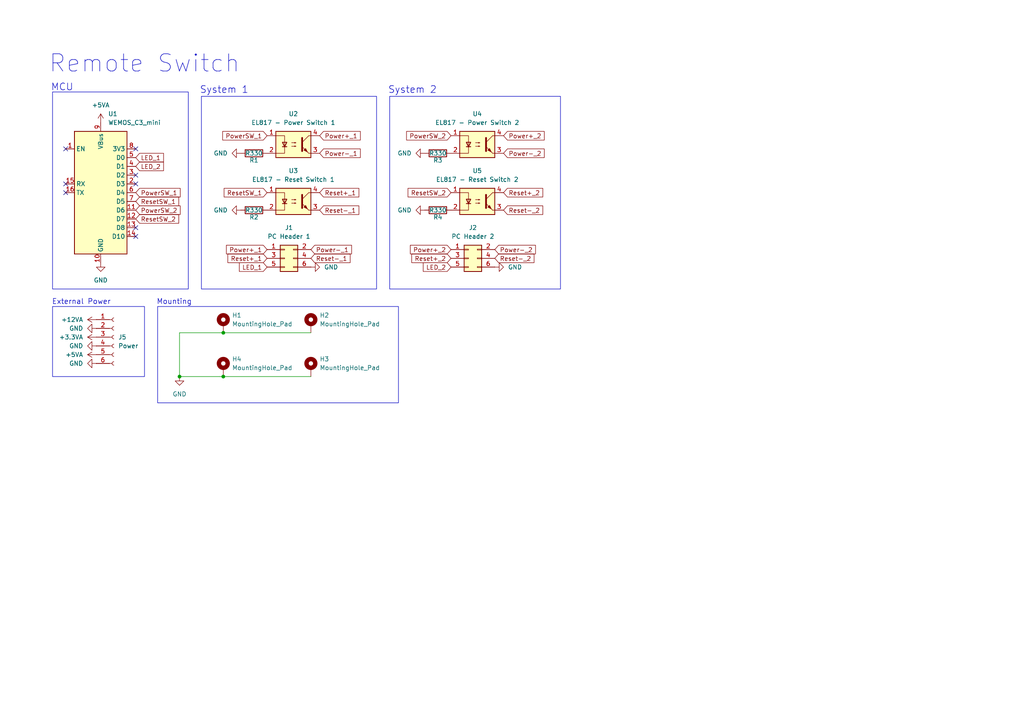
<source format=kicad_sch>
(kicad_sch (version 20250114) (generator "eeschema") (generator_version "9.0")
  (paper "A4")
  (lib_symbols
    (symbol "Connector:Conn_01x06_Socket" (pin_names (offset 1.016) (hide yes))
      (property "Reference" "J" (at 0 7.62 0))
      (property "Value" "Conn_01x06_Socket" (at 0 -10.16 0))
      (symbol "Conn_01x06_Socket_1_1"
        (polyline (pts (xy -1.27 5.08) (xy -0.508 5.08)) (stroke (width 0.1524)))
        (polyline (pts (xy -1.27 2.54) (xy -0.508 2.54)) (stroke (width 0.1524)))
        (polyline (pts (xy -1.27 0) (xy -0.508 0)) (stroke (width 0.1524)))
        (polyline (pts (xy -1.27 -2.54) (xy -0.508 -2.54)) (stroke (width 0.1524)))
        (polyline (pts (xy -1.27 -5.08) (xy -0.508 -5.08)) (stroke (width 0.1524)))
        (polyline (pts (xy -1.27 -7.62) (xy -0.508 -7.62)) (stroke (width 0.1524)))
        (arc (start 0 4.572) (mid -0.5058 5.08) (end 0 5.588) (stroke (width 0.1524)))
        (arc (start 0 2.032) (mid -0.5058 2.54) (end 0 3.048) (stroke (width 0.1524)))
        (arc (start 0 -0.508) (mid -0.5058 0) (end 0 0.508) (stroke (width 0.1524)))
        (arc (start 0 -3.048) (mid -0.5058 -2.54) (end 0 -2.032) (stroke (width 0.1524)))
        (arc (start 0 -5.588) (mid -0.5058 -5.08) (end 0 -4.572) (stroke (width 0.1524)))
        (arc (start 0 -8.128) (mid -0.5058 -7.62) (end 0 -7.112) (stroke (width 0.1524)))
        (pin passive line (at -5.08 5.08 0) (length 3.81) (name "Pin_1") (number "1"))
        (pin passive line (at -5.08 2.54 0) (length 3.81) (name "Pin_2") (number "2"))
        (pin passive line (at -5.08 0 0) (length 3.81) (name "Pin_3") (number "3"))
        (pin passive line (at -5.08 -2.54 0) (length 3.81) (name "Pin_4") (number "4"))
        (pin passive line (at -5.08 -5.08 0) (length 3.81) (name "Pin_5") (number "5"))
        (pin passive line (at -5.08 -7.62 0) (length 3.81) (name "Pin_6") (number "6"))
      )
    )
    (symbol "Connector_Generic:Conn_02x03_Odd_Even" (pin_names (offset 1.016) (hide yes))
      (property "Reference" "J" (at 1.27 5.08 0))
      (property "Value" "Conn_02x03_Odd_Even" (at 1.27 -5.08 0))
      (symbol "Conn_02x03_Odd_Even_1_1"
        (rectangle (start -1.27 3.81) (end 3.81 -3.81) (stroke (width 0.254)) (fill (type background)))
        (rectangle (start -1.27 2.667) (end 0 2.413) (stroke (width 0.1524)))
        (rectangle (start -1.27 0.127) (end 0 -0.127) (stroke (width 0.1524)))
        (rectangle (start -1.27 -2.413) (end 0 -2.667) (stroke (width 0.1524)))
        (rectangle (start 3.81 2.667) (end 2.54 2.413) (stroke (width 0.1524)))
        (rectangle (start 3.81 0.127) (end 2.54 -0.127) (stroke (width 0.1524)))
        (rectangle (start 3.81 -2.413) (end 2.54 -2.667) (stroke (width 0.1524)))
        (pin passive line (at -5.08 2.54 0) (length 3.81) (name "Pin_1") (number "1"))
        (pin passive line (at -5.08 0 0) (length 3.81) (name "Pin_3") (number "3"))
        (pin passive line (at -5.08 -2.54 0) (length 3.81) (name "Pin_5") (number "5"))
        (pin passive line (at 7.62 2.54 180) (length 3.81) (name "Pin_2") (number "2"))
        (pin passive line (at 7.62 0 180) (length 3.81) (name "Pin_4") (number "4"))
        (pin passive line (at 7.62 -2.54 180) (length 3.81) (name "Pin_6") (number "6"))
      )
    )
    (symbol "Device:R" (pin_numbers (hide yes)) (pin_names (offset 0))
      (property "Reference" "R" (at 2.032 0 90))
      (property "Value" "R" (at 0 0 90))
      (symbol "R_0_1"
        (rectangle (start -1.016 -2.54) (end 1.016 2.54) (stroke (width 0.254)))
      )
      (symbol "R_1_1"
        (pin passive line (at 0 3.81 270) (length 1.27) (name "~") (number "1"))
        (pin passive line (at 0 -3.81 90) (length 1.27) (name "~") (number "2"))
      )
    )
    (symbol "Isolator:EL817" (pin_names (offset 1.016))
      (property "Reference" "U" (at -5.08 5.08 0))
      (property "Value" "EL817" (at 0 5.08 0))
      (symbol "EL817_0_1"
        (rectangle (start -5.08 3.81) (end 5.08 -3.81) (stroke (width 0.254)) (fill (type background)))
        (polyline (pts (xy -5.08 2.54) (xy -2.54 2.54) (xy -2.54 -0.635)))
        (polyline (pts (xy -3.175 -0.635) (xy -1.905 -0.635)) (stroke (width 0.254)))
        (polyline (pts (xy -2.54 -0.635) (xy -2.54 -2.54) (xy -5.08 -2.54)))
        (polyline (pts (xy -2.54 -0.635) (xy -3.175 0.635) (xy -1.905 0.635) (xy -2.54 -0.635)) (stroke (width 0.254)))
        (polyline (pts (xy -0.508 0.508) (xy 0.762 0.508) (xy 0.381 0.381) (xy 0.381 0.635) (xy 0.762 0.508)))
        (polyline (pts (xy -0.508 -0.508) (xy 0.762 -0.508) (xy 0.381 -0.635) (xy 0.381 -0.381) (xy 0.762 -0.508)))
        (polyline (pts (xy 2.54 1.905) (xy 2.54 -1.905) (xy 2.54 -1.905)) (stroke (width 0.508)))
        (polyline (pts (xy 2.54 0.635) (xy 4.445 2.54)))
        (polyline (pts (xy 3.048 -1.651) (xy 3.556 -1.143) (xy 4.064 -2.159) (xy 3.048 -1.651) (xy 3.048 -1.651)) (fill (type outline)))
        (polyline (pts (xy 4.445 2.54) (xy 5.08 2.54)))
        (polyline (pts (xy 4.445 -2.54) (xy 2.54 -0.635)) (fill (type outline)))
        (polyline (pts (xy 4.445 -2.54) (xy 5.08 -2.54)))
      )
      (symbol "EL817_1_1"
        (pin passive line (at -7.62 2.54 0) (length 2.54) (name "~") (number "1"))
        (pin passive line (at -7.62 -2.54 0) (length 2.54) (name "~") (number "2"))
        (pin passive line (at 7.62 2.54 180) (length 2.54) (name "~") (number "4"))
        (pin passive line (at 7.62 -2.54 180) (length 2.54) (name "~") (number "3"))
      )
    )
    (symbol "Mechanical:MountingHole_Pad" (pin_numbers (hide yes)) (pin_names (offset 1.016) (hide yes)) (in_bom no)
      (property "Reference" "H" (at 0 6.35 0))
      (property "Value" "MountingHole_Pad" (at 0 4.445 0))
      (symbol "MountingHole_Pad_0_1"
        (circle (center 0 1.27) (radius 1.27) (stroke (width 1.27)))
      )
      (symbol "MountingHole_Pad_1_1"
        (pin input line (at 0 -2.54 90) (length 2.54) (name "1") (number "1"))
      )
    )
    (symbol "RF_Module:WEMOS_C3_mini"
      (property "Reference" "U" (at 3.81 19.05 0))
      (property "Value" "WEMOS_C3_mini" (at 1.27 -19.05 0))
      (symbol "WEMOS_C3_mini_1_1"
        (rectangle (start -7.62 17.78) (end 7.62 -17.78) (stroke (width 0.254)) (fill (type background)))
        (pin input line (at -10.16 12.7 0) (length 2.54) (name "EN") (number "1"))
        (pin input line (at -10.16 2.54 0) (length 2.54) (name "RX") (number "15"))
        (pin output line (at -10.16 0 0) (length 2.54) (name "TX") (number "16"))
        (pin power_in line (at 0 20.32 270) (length 2.54) (name "VBus") (number "9"))
        (pin power_in line (at 0 -20.32 90) (length 2.54) (name "GND") (number "10"))
        (pin power_out line (at 10.16 12.7 180) (length 2.54) (name "3V3") (number "8"))
        (pin bidirectional line (at 10.16 10.16 180) (length 2.54) (name "D0") (number "5"))
        (pin bidirectional line (at 10.16 7.62 180) (length 2.54) (name "D1") (number "4"))
        (pin bidirectional line (at 10.16 5.08 180) (length 2.54) (name "D2") (number "3"))
        (pin bidirectional line (at 10.16 2.54 180) (length 2.54) (name "D3") (number "2"))
        (pin bidirectional line (at 10.16 0 180) (length 2.54) (name "D4") (number "6"))
        (pin bidirectional line (at 10.16 -2.54 180) (length 2.54) (name "D5") (number "7"))
        (pin bidirectional line (at 10.16 -5.08 180) (length 2.54) (name "D6") (number "11"))
        (pin bidirectional line (at 10.16 -7.62 180) (length 2.54) (name "D7") (number "12"))
        (pin bidirectional line (at 10.16 -10.16 180) (length 2.54) (name "D8") (number "13"))
        (pin bidirectional line (at 10.16 -12.7 180) (length 2.54) (name "D10") (number "14"))
      )
    )
    (symbol "power:+12VA" (power) (pin_numbers (hide yes)) (pin_names (offset 0) (hide yes))
      (property "Value" "+12VA" (at 0 3.556 0))
      (symbol "+12VA_0_1"
        (polyline (pts (xy -0.762 1.27) (xy 0 2.54)))
        (polyline (pts (xy 0 2.54) (xy 0.762 1.27)))
        (polyline (pts (xy 0 0) (xy 0 2.54)))
      )
      (symbol "+12VA_1_1"
        (pin power_in line (at 0 0 90) (length 0) (name "~") (number "1"))
      )
    )
    (symbol "power:+3.3VA" (power) (pin_numbers (hide yes)) (pin_names (offset 0) (hide yes))
      (property "Value" "+3.3VA" (at 0 3.556 0))
      (symbol "+3.3VA_0_1"
        (polyline (pts (xy -0.762 1.27) (xy 0 2.54)))
        (polyline (pts (xy 0 2.54) (xy 0.762 1.27)))
        (polyline (pts (xy 0 0) (xy 0 2.54)))
      )
      (symbol "+3.3VA_1_1"
        (pin power_in line (at 0 0 90) (length 0) (name "~") (number "1"))
      )
    )
    (symbol "power:+5VA" (power) (pin_numbers (hide yes)) (pin_names (offset 0) (hide yes))
      (property "Value" "+5VA" (at 0 3.556 0))
      (symbol "+5VA_0_1"
        (polyline (pts (xy -0.762 1.27) (xy 0 2.54)))
        (polyline (pts (xy 0 2.54) (xy 0.762 1.27)))
        (polyline (pts (xy 0 0) (xy 0 2.54)))
      )
      (symbol "+5VA_1_1"
        (pin power_in line (at 0 0 90) (length 0) (name "~") (number "1"))
      )
    )
    (symbol "power:GND" (power) (pin_numbers (hide yes)) (pin_names (offset 0) (hide yes))
      (property "Value" "GND" (at 0 -3.81 0))
      (symbol "GND_0_1"
        (polyline (pts (xy 0 0) (xy 0 -1.27) (xy 1.27 -1.27) (xy 0 -2.54) (xy -1.27 -1.27) (xy 0 -1.27)))
      )
      (symbol "GND_1_1"
        (pin power_in line (at 0 0 270) (length 0) (name "~") (number "1"))
      )
    )
  )
  (rectangle (start 58.42 27.94) (end 109.22 83.82))
  (rectangle (start 15.24 26.67) (end 54.61 83.82))
  (rectangle (start 15.24 88.9) (end 41.91 109.22))
  (rectangle (start 45.72 88.9) (end 115.57 116.84))
  (rectangle (start 113.03 27.94) (end 162.56 83.82))
  (text "System 2" (at 119.634 26.162 0) (effects (font (size 2 2))))
  (text "System 1" (at 65.024 26.162 0) (effects (font (size 2 2))))
  (text "MCU" (at 18.034 25.4 0) (effects (font (size 2 2))))
  (text "Mounting" (at 50.546 87.63 0) (effects (font (size 1.5 1.5))))
  (text "External Power" (at 23.622 87.63 0) (effects (font (size 1.5 1.5))))
  (text "Remote Switch" (at 41.91 18.542 0) (effects (font (size 5 5))))
  (junction (at 64.77 96.52))
  (junction (at 64.77 109.22))
  (junction (at 52.07 109.22))
  (no_connect (at 19.05 55.88))
  (no_connect (at 39.37 50.8))
  (no_connect (at 39.37 53.34))
  (no_connect (at 19.05 43.18))
  (no_connect (at 19.05 53.34))
  (no_connect (at 39.37 68.58))
  (no_connect (at 39.37 66.04))
  (no_connect (at 39.37 43.18))
  (wire (pts (xy 52.07 109.22) (xy 64.77 109.22)))
  (wire (pts (xy 64.77 96.52) (xy 90.17 96.52)))
  (wire (pts (xy 52.07 96.52) (xy 64.77 96.52)))
  (wire (pts (xy 52.07 109.22) (xy 52.07 96.52)))
  (wire (pts (xy 64.77 109.22) (xy 90.17 109.22)))
  (global_label "Power-_2" (shape input) (at 146.05 44.45 0) (property "Intersheetrefs" "${INTERSHEET_REFS}" (effects (hide yes))))
  (global_label "PowerSW_1" (shape input) (at 77.47 39.37 180) (property "Intersheetrefs" "${INTERSHEET_REFS}" (effects (hide yes))))
  (global_label "Reset+_1" (shape input) (at 77.47 74.93 180) (property "Intersheetrefs" "${INTERSHEET_REFS}" (effects (hide yes))))
  (global_label "Power+_2" (shape input) (at 146.05 39.37 0) (property "Intersheetrefs" "${INTERSHEET_REFS}" (effects (hide yes))))
  (global_label "Reset-_1" (shape input) (at 90.17 74.93 0) (property "Intersheetrefs" "${INTERSHEET_REFS}" (effects (hide yes))))
  (global_label "Power-_2" (shape input) (at 143.51 72.39 0) (property "Intersheetrefs" "${INTERSHEET_REFS}" (effects (hide yes))))
  (global_label "Power-_1" (shape input) (at 92.71 44.45 0) (property "Intersheetrefs" "${INTERSHEET_REFS}" (effects (hide yes))))
  (global_label "LED_2" (shape input) (at 130.81 77.47 180) (property "Intersheetrefs" "${INTERSHEET_REFS}" (effects (hide yes))))
  (global_label "Reset+_2" (shape input) (at 130.81 74.93 180) (property "Intersheetrefs" "${INTERSHEET_REFS}" (effects (hide yes))))
  (global_label "LED_1" (shape input) (at 39.37 45.72 0) (property "Intersheetrefs" "${INTERSHEET_REFS}" (effects (hide yes))))
  (global_label "LED_1" (shape input) (at 77.47 77.47 180) (property "Intersheetrefs" "${INTERSHEET_REFS}" (effects (hide yes))))
  (global_label "Reset+_2" (shape input) (at 146.05 55.88 0) (property "Intersheetrefs" "${INTERSHEET_REFS}" (effects (hide yes))))
  (global_label "PowerSW_2" (shape input) (at 130.81 39.37 180) (property "Intersheetrefs" "${INTERSHEET_REFS}" (effects (hide yes))))
  (global_label "ResetSW_1" (shape input) (at 77.47 55.88 180) (property "Intersheetrefs" "${INTERSHEET_REFS}" (effects (hide yes))))
  (global_label "Power+_1" (shape input) (at 92.71 39.37 0) (property "Intersheetrefs" "${INTERSHEET_REFS}" (effects (hide yes))))
  (global_label "Reset+_1" (shape input) (at 92.71 55.88 0) (property "Intersheetrefs" "${INTERSHEET_REFS}" (effects (hide yes))))
  (global_label "Reset-_2" (shape input) (at 143.51 74.93 0) (property "Intersheetrefs" "${INTERSHEET_REFS}" (effects (hide yes))))
  (global_label "Reset-_2" (shape input) (at 146.05 60.96 0) (property "Intersheetrefs" "${INTERSHEET_REFS}" (effects (hide yes))))
  (global_label "ResetSW_2" (shape input) (at 39.37 63.5 0) (property "Intersheetrefs" "${INTERSHEET_REFS}" (effects (hide yes))))
  (global_label "Power+_1" (shape input) (at 77.47 72.39 180) (property "Intersheetrefs" "${INTERSHEET_REFS}" (effects (hide yes))))
  (global_label "ResetSW_1" (shape input) (at 39.37 58.42 0) (property "Intersheetrefs" "${INTERSHEET_REFS}" (effects (hide yes))))
  (global_label "Reset-_1" (shape input) (at 92.71 60.96 0) (property "Intersheetrefs" "${INTERSHEET_REFS}" (effects (hide yes))))
  (global_label "ResetSW_2" (shape input) (at 130.81 55.88 180) (property "Intersheetrefs" "${INTERSHEET_REFS}" (effects (hide yes))))
  (global_label "PowerSW_2" (shape input) (at 39.37 60.96 0) (property "Intersheetrefs" "${INTERSHEET_REFS}" (effects (hide yes))))
  (global_label "LED_2" (shape input) (at 39.37 48.26 0) (property "Intersheetrefs" "${INTERSHEET_REFS}" (effects (hide yes))))
  (global_label "PowerSW_1" (shape input) (at 39.37 55.88 0) (property "Intersheetrefs" "${INTERSHEET_REFS}" (effects (hide yes))))
  (global_label "Power-_1" (shape input) (at 90.17 72.39 0) (property "Intersheetrefs" "${INTERSHEET_REFS}" (effects (hide yes))))
  (global_label "Power+_2" (shape input) (at 130.81 72.39 180) (property "Intersheetrefs" "${INTERSHEET_REFS}" (effects (hide yes))))
  (symbol (lib_id "power:GND") (at 123.19 60.96 270) (unit 1)
    (property "Reference" "#PWR07" (effects (hide yes)))
    (property "Value" "GND" (at 119.38 60.9599 90) (effects (justify right)))
    (property "Description" "Power symbol creates a global label with name \"GND\" , ground" (effects (hide yes)))
  )
  (symbol (lib_id "Isolator:EL817") (at 138.43 41.91 0) (unit 1)
    (property "Reference" "U4" (at 138.43 33.02 0))
    (property "Value" "EL817 - Power Switch 2" (at 138.43 35.56 0))
    (property "Footprint" "Package_DIP:DIP-4_W7.62mm" (effects (hide yes)))
    (property "Datasheet" "http://www.everlight.com/file/ProductFile/EL817.pdf" (effects (hide yes)))
    (property "Description" "DC Optocoupler, Vce 35V, DIP-4" (effects (hide yes)))
    (property "LCSC" "C5353" (effects (hide yes)))
  )
  (symbol (lib_id "RF_Module:WEMOS_C3_mini") (at 29.21 55.88 0) (unit 1)
    (property "Reference" "U1" (at 31.3533 33.02 0) (effects (justify left)))
    (property "Value" "WEMOS_C3_mini" (at 31.3533 35.56 0) (effects (justify left)))
    (property "Footprint" "RF_Module:WEMOS_C3_mini" (effects (hide yes)))
    (property "Datasheet" "https://www.wemos.cc/en/latest/c3/c3_mini.html" (effects (hide yes)))
    (property "Description" "32-bit microcontroller module with WiFi" (effects (hide yes)))
    (property "aliexpress" "https://de.aliexpress.com/item/1005004740051202.html" (effects (hide yes)))
  )
  (symbol (lib_id "Connector_Generic:Conn_02x03_Odd_Even") (at 82.55 74.93 0) (unit 1)
    (property "Reference" "J1" (at 83.82 66.04 0))
    (property "Value" "PC Header 1" (at 83.82 68.58 0))
    (property "Footprint" "Connector_PinHeader_2.54mm:PinHeader_2x03_P2.54mm_Horizontal" (effects (hide yes)))
    (property "Description" "Generic connector, double row, 02x03, odd/even pin numbering scheme (row 1 odd numbers, row 2 even numbers), script generated (kicad-library-utils/schlib/autogen/connector/)" (effects (hide yes)))
    (property "LCSC" "C41417351" (effects (hide yes)))
  )
  (symbol (lib_id "power:GND") (at 69.85 60.96 270) (unit 1)
    (property "Reference" "#PWR04" (effects (hide yes)))
    (property "Value" "GND" (at 66.04 60.9599 90) (effects (justify right)))
    (property "Description" "Power symbol creates a global label with name \"GND\" , ground" (effects (hide yes)))
  )
  (symbol (lib_id "power:GND") (at 143.51 77.47 90) (unit 1)
    (property "Reference" "#PWR08" (effects (hide yes)))
    (property "Value" "GND" (at 147.32 77.4699 90) (effects (justify right)))
    (property "Description" "Power symbol creates a global label with name \"GND\" , ground" (effects (hide yes)))
  )
  (symbol (lib_id "Isolator:EL817") (at 85.09 58.42 0) (unit 1)
    (property "Reference" "U3" (at 85.09 49.53 0))
    (property "Value" "EL817 - Reset Switch 1" (at 85.09 52.07 0))
    (property "Footprint" "Package_DIP:DIP-4_W7.62mm" (effects (hide yes)))
    (property "Datasheet" "http://www.everlight.com/file/ProductFile/EL817.pdf" (effects (hide yes)))
    (property "Description" "DC Optocoupler, Vce 35V, DIP-4" (effects (hide yes)))
    (property "LCSC" "C5353" (effects (hide yes)))
  )
  (symbol (lib_id "power:GND") (at 27.94 95.25 270) (unit 1)
    (property "Reference" "#PWR023" (effects (hide yes)))
    (property "Value" "GND" (at 24.13 95.2499 90) (effects (justify right)))
    (property "Description" "Power symbol creates a global label with name \"GND\" , ground" (effects (hide yes)))
  )
  (symbol (lib_id "Isolator:EL817") (at 85.09 41.91 0) (unit 1)
    (property "Reference" "U2" (at 85.09 33.02 0))
    (property "Value" "EL817 - Power Switch 1" (at 85.09 35.56 0))
    (property "Footprint" "Package_DIP:DIP-4_W7.62mm" (effects (hide yes)))
    (property "Datasheet" "http://www.everlight.com/file/ProductFile/EL817.pdf" (effects (hide yes)))
    (property "Description" "DC Optocoupler, Vce 35V, DIP-4" (effects (hide yes)))
    (property "LCSC" "C5353" (effects (hide yes)))
  )
  (symbol (lib_id "power:GND") (at 69.85 44.45 270) (unit 1)
    (property "Reference" "#PWR03" (effects (hide yes)))
    (property "Value" "GND" (at 66.04 44.4499 90) (effects (justify right)))
    (property "Description" "Power symbol creates a global label with name \"GND\" , ground" (effects (hide yes)))
  )
  (symbol (lib_id "Mechanical:MountingHole_Pad") (at 64.77 106.68 0) (unit 1) (in_bom no)
    (property "Reference" "H4" (at 67.31 104.1399 0) (effects (justify left)))
    (property "Value" "MountingHole_Pad" (at 67.31 106.6799 0) (effects (justify left)))
    (property "Footprint" "MountingHole:MountingHole_3.2mm_M3_Pad_Via" (effects (hide yes)))
    (property "Description" "Mounting Hole with connection" (effects (hide yes)))
  )
  (symbol (lib_id "Isolator:EL817") (at 138.43 58.42 0) (unit 1)
    (property "Reference" "U5" (at 138.43 49.53 0))
    (property "Value" "EL817 - Reset Switch 2" (at 138.43 52.07 0))
    (property "Footprint" "Package_DIP:DIP-4_W7.62mm" (effects (hide yes)))
    (property "Datasheet" "http://www.everlight.com/file/ProductFile/EL817.pdf" (effects (hide yes)))
    (property "Description" "DC Optocoupler, Vce 35V, DIP-4" (effects (hide yes)))
    (property "LCSC" "C5353" (effects (hide yes)))
  )
  (symbol (lib_id "power:GND") (at 29.21 76.2 0) (unit 1)
    (property "Reference" "#PWR02" (effects (hide yes)))
    (property "Value" "GND" (at 29.21 81.28 0))
    (property "Description" "Power symbol creates a global label with name \"GND\" , ground" (effects (hide yes)))
  )
  (symbol (lib_id "Device:R") (at 127 60.96 90) (unit 1)
    (property "Reference" "R4" (at 127 62.992 90))
    (property "Value" "R330" (at 127 60.96 90))
    (property "Footprint" "Resistor_SMD:R_0805_2012Metric_Pad1.20x1.40mm_HandSolder" (effects (hide yes)))
    (property "Description" "Resistor" (effects (hide yes)))
    (property "LCSC" "C17630" (effects (hide yes)))
  )
  (symbol (lib_id "Mechanical:MountingHole_Pad") (at 90.17 93.98 0) (unit 1) (in_bom no)
    (property "Reference" "H2" (at 92.71 91.4399 0) (effects (justify left)))
    (property "Value" "MountingHole_Pad" (at 92.71 93.9799 0) (effects (justify left)))
    (property "Footprint" "MountingHole:MountingHole_3.2mm_M3_Pad_Via" (effects (hide yes)))
    (property "Description" "Mounting Hole with connection" (effects (hide yes)))
  )
  (symbol (lib_id "Mechanical:MountingHole_Pad") (at 64.77 93.98 0) (unit 1) (in_bom no)
    (property "Reference" "H1" (at 67.31 91.4399 0) (effects (justify left)))
    (property "Value" "MountingHole_Pad" (at 67.31 93.9799 0) (effects (justify left)))
    (property "Footprint" "MountingHole:MountingHole_3.2mm_M3_Pad_Via" (effects (hide yes)))
    (property "Description" "Mounting Hole with connection" (effects (hide yes)))
  )
  (symbol (lib_id "Mechanical:MountingHole_Pad") (at 90.17 106.68 0) (unit 1) (in_bom no)
    (property "Reference" "H3" (at 92.71 104.1399 0) (effects (justify left)))
    (property "Value" "MountingHole_Pad" (at 92.71 106.6799 0) (effects (justify left)))
    (property "Footprint" "MountingHole:MountingHole_3.2mm_M3_Pad_Via" (effects (hide yes)))
    (property "Description" "Mounting Hole with connection" (effects (hide yes)))
  )
  (symbol (lib_id "Connector_Generic:Conn_02x03_Odd_Even") (at 135.89 74.93 0) (unit 1)
    (property "Reference" "J2" (at 137.16 66.04 0))
    (property "Value" "PC Header 2" (at 137.16 68.58 0))
    (property "Footprint" "Connector_PinHeader_2.54mm:PinHeader_2x03_P2.54mm_Horizontal" (effects (hide yes)))
    (property "Description" "Generic connector, double row, 02x03, odd/even pin numbering scheme (row 1 odd numbers, row 2 even numbers), script generated (kicad-library-utils/schlib/autogen/connector/)" (effects (hide yes)))
    (property "LCSC" "C41417351" (effects (hide yes)))
  )
  (symbol (lib_id "power:GND") (at 27.94 105.41 270) (unit 1)
    (property "Reference" "#PWR026" (effects (hide yes)))
    (property "Value" "GND" (at 24.13 105.4099 90) (effects (justify right)))
    (property "Description" "Power symbol creates a global label with name \"GND\" , ground" (effects (hide yes)))
  )
  (symbol (lib_id "power:GND") (at 52.07 109.22 0) (unit 1)
    (property "Reference" "#PWR01" (effects (hide yes)))
    (property "Value" "GND" (at 52.07 114.3 0))
    (property "Description" "Power symbol creates a global label with name \"GND\" , ground" (effects (hide yes)))
  )
  (symbol (lib_id "power:+5VA") (at 29.21 35.56 0) (unit 1)
    (property "Reference" "#PWR028" (effects (hide yes)))
    (property "Value" "+5VA" (at 29.21 30.48 0))
    (property "Description" "Power symbol creates a global label with name \"+5VA\"" (effects (hide yes)))
  )
  (symbol (lib_id "power:GND") (at 27.94 100.33 270) (unit 1)
    (property "Reference" "#PWR025" (effects (hide yes)))
    (property "Value" "GND" (at 24.13 100.3299 90) (effects (justify right)))
    (property "Description" "Power symbol creates a global label with name \"GND\" , ground" (effects (hide yes)))
  )
  (symbol (lib_id "power:+3.3VA") (at 27.94 97.79 90) (unit 1)
    (property "Reference" "#PWR024" (effects (hide yes)))
    (property "Value" "+3.3VA" (at 24.13 97.7899 90) (effects (justify left)))
    (property "Description" "Power symbol creates a global label with name \"+3.3VA\"" (effects (hide yes)))
  )
  (symbol (lib_id "power:+5VA") (at 27.94 102.87 90) (unit 1)
    (property "Reference" "#PWR027" (effects (hide yes)))
    (property "Value" "+5VA" (at 24.13 102.8699 90) (effects (justify left)))
    (property "Description" "Power symbol creates a global label with name \"+5VA\"" (effects (hide yes)))
  )
  (symbol (lib_id "power:+12VA") (at 27.94 92.71 90) (unit 1)
    (property "Reference" "#PWR022" (effects (hide yes)))
    (property "Value" "+12VA" (at 24.13 92.7099 90) (effects (justify left)))
    (property "Description" "Power symbol creates a global label with name \"+12VA\"" (effects (hide yes)))
  )
  (symbol (lib_id "Device:R") (at 73.66 44.45 90) (unit 1)
    (property "Reference" "R1" (at 73.66 46.482 90))
    (property "Value" "R330" (at 73.66 44.45 90))
    (property "Footprint" "Resistor_SMD:R_0805_2012Metric_Pad1.20x1.40mm_HandSolder" (effects (hide yes)))
    (property "Description" "Resistor" (effects (hide yes)))
    (property "LCSC" "C17630" (effects (hide yes)))
  )
  (symbol (lib_id "power:GND") (at 90.17 77.47 90) (unit 1)
    (property "Reference" "#PWR05" (effects (hide yes)))
    (property "Value" "GND" (at 93.98 77.4699 90) (effects (justify right)))
    (property "Description" "Power symbol creates a global label with name \"GND\" , ground" (effects (hide yes)))
  )
  (symbol (lib_id "Device:R") (at 127 44.45 90) (unit 1)
    (property "Reference" "R3" (at 127 46.482 90))
    (property "Value" "R330" (at 127 44.45 90))
    (property "Footprint" "Resistor_SMD:R_0805_2012Metric_Pad1.20x1.40mm_HandSolder" (effects (hide yes)))
    (property "Description" "Resistor" (effects (hide yes)))
    (property "LCSC" "C17630" (effects (hide yes)))
  )
  (symbol (lib_id "Connector:Conn_01x06_Socket") (at 33.02 97.79 0) (unit 1)
    (property "Reference" "J5" (at 34.29 97.7899 0) (effects (justify left)))
    (property "Value" "Power" (at 34.29 100.3299 0) (effects (justify left)))
    (property "Footprint" "Connector_Molex:Molex_Mini-Fit_Jr_5566-06A_2x03_P4.20mm_Vertical" (effects (hide yes)))
    (property "Description" "Generic connector, single row, 01x06, script generated" (effects (hide yes)))
    (property "LCSC" "C471417" (effects (hide yes)))
  )
  (symbol (lib_id "power:GND") (at 123.19 44.45 270) (unit 1)
    (property "Reference" "#PWR06" (effects (hide yes)))
    (property "Value" "GND" (at 119.38 44.4499 90) (effects (justify right)))
    (property "Description" "Power symbol creates a global label with name \"GND\" , ground" (effects (hide yes)))
  )
  (symbol (lib_id "Device:R") (at 73.66 60.96 90) (unit 1)
    (property "Reference" "R2" (at 73.66 62.992 90))
    (property "Value" "R330" (at 73.66 60.96 90))
    (property "Footprint" "Resistor_SMD:R_0805_2012Metric_Pad1.20x1.40mm_HandSolder" (effects (hide yes)))
    (property "Description" "Resistor" (effects (hide yes)))
    (property "LCSC" "C17630" (effects (hide yes)))
  )
)
</source>
